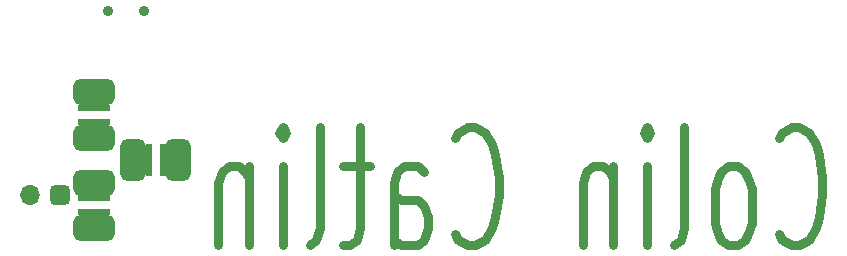
<source format=gbr>
%TF.GenerationSoftware,KiCad,Pcbnew,(6.0.2-0)*%
%TF.CreationDate,2023-06-03T21:44:49-06:00*%
%TF.ProjectId,catlin_card,6361746c-696e-45f6-9361-72642e6b6963,rev?*%
%TF.SameCoordinates,Original*%
%TF.FileFunction,Soldermask,Bot*%
%TF.FilePolarity,Negative*%
%FSLAX46Y46*%
G04 Gerber Fmt 4.6, Leading zero omitted, Abs format (unit mm)*
G04 Created by KiCad (PCBNEW (6.0.2-0)) date 2023-06-03 21:44:49*
%MOMM*%
%LPD*%
G01*
G04 APERTURE LIST*
G04 Aperture macros list*
%AMRoundRect*
0 Rectangle with rounded corners*
0 $1 Rounding radius*
0 $2 $3 $4 $5 $6 $7 $8 $9 X,Y pos of 4 corners*
0 Add a 4 corners polygon primitive as box body*
4,1,4,$2,$3,$4,$5,$6,$7,$8,$9,$2,$3,0*
0 Add four circle primitives for the rounded corners*
1,1,$1+$1,$2,$3*
1,1,$1+$1,$4,$5*
1,1,$1+$1,$6,$7*
1,1,$1+$1,$8,$9*
0 Add four rect primitives between the rounded corners*
20,1,$1+$1,$2,$3,$4,$5,0*
20,1,$1+$1,$4,$5,$6,$7,0*
20,1,$1+$1,$6,$7,$8,$9,0*
20,1,$1+$1,$8,$9,$2,$3,0*%
G04 Aperture macros list end*
%ADD10C,0.800000*%
%ADD11C,0.900000*%
%ADD12RoundRect,0.425000X-0.425000X0.425000X-0.425000X-0.425000X0.425000X-0.425000X0.425000X0.425000X0*%
%ADD13O,1.700000X1.700000*%
%ADD14R,2.800000X0.600000*%
%ADD15RoundRect,0.537500X-1.212500X-0.537500X1.212500X-0.537500X1.212500X0.537500X-1.212500X0.537500X0*%
%ADD16R,0.600000X2.800000*%
%ADD17RoundRect,0.537500X0.537500X-1.212500X0.537500X1.212500X-0.537500X1.212500X-0.537500X-1.212500X0*%
G04 APERTURE END LIST*
D10*
X181500000Y-69071428D02*
X181785714Y-69547619D01*
X182642857Y-70023809D01*
X183214285Y-70023809D01*
X184071428Y-69547619D01*
X184642857Y-68595238D01*
X184928571Y-67642857D01*
X185214285Y-65738095D01*
X185214285Y-64309523D01*
X184928571Y-62404761D01*
X184642857Y-61452380D01*
X184071428Y-60500000D01*
X183214285Y-60023809D01*
X182642857Y-60023809D01*
X181785714Y-60500000D01*
X181500000Y-60976190D01*
X178071428Y-70023809D02*
X178642857Y-69547619D01*
X178928571Y-69071428D01*
X179214285Y-68119047D01*
X179214285Y-65261904D01*
X178928571Y-64309523D01*
X178642857Y-63833333D01*
X178071428Y-63357142D01*
X177214285Y-63357142D01*
X176642857Y-63833333D01*
X176357142Y-64309523D01*
X176071428Y-65261904D01*
X176071428Y-68119047D01*
X176357142Y-69071428D01*
X176642857Y-69547619D01*
X177214285Y-70023809D01*
X178071428Y-70023809D01*
X172642857Y-70023809D02*
X173214285Y-69547619D01*
X173500000Y-68595238D01*
X173500000Y-60023809D01*
X170357142Y-70023809D02*
X170357142Y-63357142D01*
X170357142Y-60023809D02*
X170642857Y-60500000D01*
X170357142Y-60976190D01*
X170071428Y-60500000D01*
X170357142Y-60023809D01*
X170357142Y-60976190D01*
X167500000Y-63357142D02*
X167500000Y-70023809D01*
X167500000Y-64309523D02*
X167214285Y-63833333D01*
X166642857Y-63357142D01*
X165785714Y-63357142D01*
X165214285Y-63833333D01*
X164928571Y-64785714D01*
X164928571Y-70023809D01*
X154071428Y-69071428D02*
X154357142Y-69547619D01*
X155214285Y-70023809D01*
X155785714Y-70023809D01*
X156642857Y-69547619D01*
X157214285Y-68595238D01*
X157500000Y-67642857D01*
X157785714Y-65738095D01*
X157785714Y-64309523D01*
X157500000Y-62404761D01*
X157214285Y-61452380D01*
X156642857Y-60500000D01*
X155785714Y-60023809D01*
X155214285Y-60023809D01*
X154357142Y-60500000D01*
X154071428Y-60976190D01*
X148928571Y-70023809D02*
X148928571Y-64785714D01*
X149214285Y-63833333D01*
X149785714Y-63357142D01*
X150928571Y-63357142D01*
X151500000Y-63833333D01*
X148928571Y-69547619D02*
X149500000Y-70023809D01*
X150928571Y-70023809D01*
X151500000Y-69547619D01*
X151785714Y-68595238D01*
X151785714Y-67642857D01*
X151500000Y-66690476D01*
X150928571Y-66214285D01*
X149500000Y-66214285D01*
X148928571Y-65738095D01*
X146928571Y-63357142D02*
X144642857Y-63357142D01*
X146071428Y-60023809D02*
X146071428Y-68595238D01*
X145785714Y-69547619D01*
X145214285Y-70023809D01*
X144642857Y-70023809D01*
X141785714Y-70023809D02*
X142357142Y-69547619D01*
X142642857Y-68595238D01*
X142642857Y-60023809D01*
X139500000Y-70023809D02*
X139500000Y-63357142D01*
X139500000Y-60023809D02*
X139785714Y-60500000D01*
X139500000Y-60976190D01*
X139214285Y-60500000D01*
X139500000Y-60023809D01*
X139500000Y-60976190D01*
X136642857Y-63357142D02*
X136642857Y-70023809D01*
X136642857Y-64309523D02*
X136357142Y-63833333D01*
X135785714Y-63357142D01*
X134928571Y-63357142D01*
X134357142Y-63833333D01*
X134071428Y-64785714D01*
X134071428Y-70023809D01*
D11*
%TO.C,SW1*%
X124750000Y-50195000D03*
X127750000Y-50195000D03*
%TD*%
D12*
%TO.C,J1*%
X120675000Y-65800000D03*
D13*
X118135000Y-65800000D03*
%TD*%
D14*
%TO.C,D3*%
X123500000Y-58400000D03*
D15*
X123500000Y-57075000D03*
D14*
X123500000Y-59600000D03*
D15*
X123500000Y-60925000D03*
%TD*%
%TO.C,D1*%
X123500000Y-64725000D03*
D14*
X123500000Y-66050000D03*
D15*
X123500000Y-68575000D03*
D14*
X123500000Y-67250000D03*
%TD*%
D16*
%TO.C,D2*%
X128150000Y-62782500D03*
D17*
X126825000Y-62782500D03*
X130675000Y-62782500D03*
D16*
X129350000Y-62782500D03*
%TD*%
M02*

</source>
